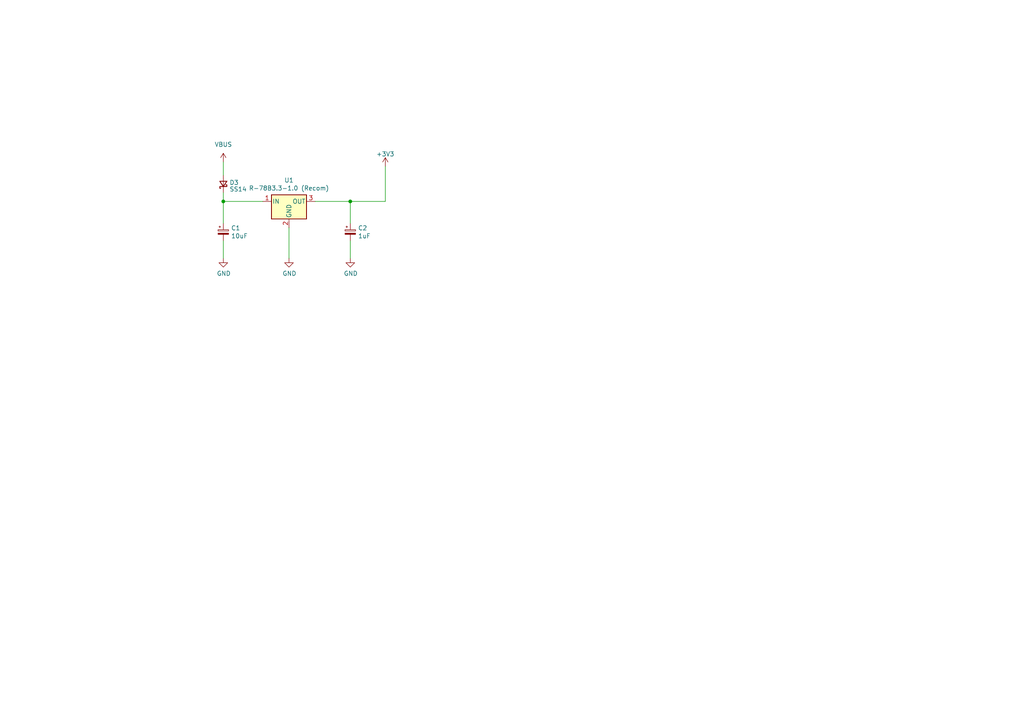
<source format=kicad_sch>
(kicad_sch (version 20250114) (generator "eeschema") (generator_version "9.0")
  (paper "A4")
  (title_block (comment 1 "http://www.vscp.org"))
  (lib_symbols
    (symbol "+3.3V_1" (power) (pin_names (offset 0))
      (property "Value" "+3.3V_1" (at 0 3.556 0))
      (symbol "+3.3V_1_0_1"
        (polyline (pts (xy -0.762 1.27) (xy 0 2.54)))
        (polyline (pts (xy 0 2.54) (xy 0.762 1.27)))
        (polyline (pts (xy 0 0) (xy 0 2.54)))
      )
      (symbol "+3.3V_1_1_1"
        (pin power_in line (at 0 0 90) (length 0) (hide yes) (name "+3V3") (number "1"))
      )
    )
    (symbol "Device:CP_Small" (pin_numbers (hide yes)) (pin_names (offset 0.254) (hide yes))
      (property "Reference" "C" (at 0.254 1.778 0))
      (property "Value" "Device_CP_Small" (at 0.254 -2.032 0))
      (symbol "CP_Small_0_1"
        (rectangle (start -1.524 0.6858) (end 1.524 0.3048))
        (rectangle (start -1.524 -0.3048) (end 1.524 -0.6858) (fill (type outline)))
        (polyline (pts (xy -1.27 1.524) (xy -0.762 1.524)))
        (polyline (pts (xy -1.016 1.27) (xy -1.016 1.778)))
      )
      (symbol "CP_Small_1_1"
        (pin passive line (at 0 2.54 270) (length 1.8542) (name "~") (number "1"))
        (pin passive line (at 0 -2.54 90) (length 1.8542) (name "~") (number "2"))
      )
    )
    (symbol "Device:D_Schottky_Small" (pin_numbers (hide yes)) (pin_names (offset 0.254) (hide yes))
      (property "Reference" "D" (at -1.27 2.032 0))
      (property "Value" "D_Schottky_Small" (at -7.112 -2.032 0))
      (symbol "D_Schottky_Small_0_1"
        (polyline (pts (xy -1.27 0.762) (xy -1.27 1.016) (xy -0.762 1.016) (xy -0.762 -1.016) (xy -0.254 -1.016) (xy -0.254 -0.762)) (stroke (width 0.254)))
        (polyline (pts (xy -0.762 0) (xy 0.762 0)))
        (polyline (pts (xy 0.762 -1.016) (xy -0.762 0) (xy 0.762 1.016) (xy 0.762 -1.016)) (stroke (width 0.254)))
      )
      (symbol "D_Schottky_Small_1_1"
        (pin passive line (at -2.54 0 0) (length 1.778) (name "K") (number "1"))
        (pin passive line (at 2.54 0 180) (length 1.778) (name "A") (number "2"))
      )
    )
    (symbol "GND_5" (power) (pin_names (offset 0))
      (property "Value" "GND_5" (at 0 -3.81 0))
      (symbol "GND_5_0_1"
        (polyline (pts (xy 0 0) (xy 0 -1.27) (xy 1.27 -1.27) (xy 0 -2.54) (xy -1.27 -1.27) (xy 0 -1.27)))
      )
      (symbol "GND_5_1_1"
        (pin power_in line (at 0 0 270) (length 0) (hide yes) (name "GND") (number "1"))
      )
    )
    (symbol "GND_7" (power) (pin_names (offset 0))
      (property "Value" "GND_7" (at 0 -3.81 0))
      (symbol "GND_7_0_1"
        (polyline (pts (xy 0 0) (xy 0 -1.27) (xy 1.27 -1.27) (xy 0 -2.54) (xy -1.27 -1.27) (xy 0 -1.27)))
      )
      (symbol "GND_7_1_1"
        (pin power_in line (at 0 0 270) (length 0) (hide yes) (name "GND") (number "1"))
      )
    )
    (symbol "GND_9" (power) (pin_names (offset 0))
      (property "Value" "GND_9" (at 0 -3.81 0))
      (symbol "GND_9_0_1"
        (polyline (pts (xy 0 0) (xy 0 -1.27) (xy 1.27 -1.27) (xy 0 -2.54) (xy -1.27 -1.27) (xy 0 -1.27)))
      )
      (symbol "GND_9_1_1"
        (pin power_in line (at 0 0 270) (length 0) (hide yes) (name "GND") (number "1"))
      )
    )
    (symbol "Regulator_Switching:R-78B3.3-2.0" (pin_names (offset 0.254))
      (property "Reference" "U" (at -3.81 3.175 0))
      (property "Value" "R-78B3.3-2.0" (at 0 3.175 0))
      (symbol "R-78B3.3-2.0_0_1"
        (rectangle (start -5.08 1.905) (end 5.08 -5.08) (stroke (width 0.254)) (fill (type background)))
      )
      (symbol "R-78B3.3-2.0_1_1"
        (pin power_in line (at -7.62 0 0) (length 2.54) (name "IN") (number "1"))
        (pin power_in line (at 0 -7.62 90) (length 2.54) (name "GND") (number "2"))
        (pin power_out line (at 7.62 0 180) (length 2.54) (name "OUT") (number "3"))
      )
    )
    (symbol "power:VBUS" (power) (pin_names (offset 0))
      (property "Value" "VBUS" (at 0 3.81 0))
      (symbol "VBUS_0_1"
        (polyline (pts (xy -0.762 1.27) (xy 0 2.54)))
        (polyline (pts (xy 0 2.54) (xy 0.762 1.27)))
        (polyline (pts (xy 0 0) (xy 0 2.54)))
      )
      (symbol "VBUS_1_1"
        (pin power_in line (at 0 0 90) (length 0) (hide yes) (name "VBUS") (number "1"))
      )
    )
  )
  (junction (at 101.6 58.42))
  (junction (at 64.77 58.42))
  (wire (pts (xy 64.77 46.99) (xy 64.77 50.8)))
  (wire (pts (xy 111.76 58.42) (xy 101.6 58.42)))
  (wire (pts (xy 64.77 55.88) (xy 64.77 58.42)))
  (wire (pts (xy 91.44 58.42) (xy 101.6 58.42)))
  (wire (pts (xy 101.6 58.42) (xy 101.6 64.77)))
  (wire (pts (xy 64.77 69.85) (xy 64.77 74.93)))
  (wire (pts (xy 83.82 66.04) (xy 83.82 74.93)))
  (wire (pts (xy 64.77 58.42) (xy 64.77 64.77)))
  (wire (pts (xy 76.2 58.42) (xy 64.77 58.42)))
  (wire (pts (xy 111.76 48.26) (xy 111.76 58.42)))
  (wire (pts (xy 101.6 69.85) (xy 101.6 74.93)))
  (symbol (lib_id "Device:CP_Small") (at 64.77 67.31 0) (unit 1)
    (property "Reference" "C1" (at 67.0052 66.1416 0) (effects (justify left)))
    (property "Value" "10uF" (at 67.0052 68.453 0) (effects (justify left)))
    (property "Footprint" "Capacitor_SMD:C_0805_2012Metric_Pad1.18x1.45mm_HandSolder" (effects (hide yes)))
  )
  (symbol (lib_name "GND_7") (lib_id "power:GND") (at 101.6 74.93 0) (unit 1)
    (property "Reference" "#PWR08" (effects (hide yes)))
    (property "Value" "GND" (at 101.727 79.3242 0))
  )
  (symbol (lib_name "GND_5") (lib_id "power:GND") (at 64.77 74.93 0) (unit 1)
    (property "Reference" "#PWR06" (effects (hide yes)))
    (property "Value" "GND" (at 64.897 79.3242 0))
  )
  (symbol (lib_id "power:VBUS") (at 64.77 46.99 0) (unit 1)
    (property "Reference" "#PWR06" (effects (hide yes)))
    (property "Value" "VBUS" (at 64.77 41.91 0))
  )
  (symbol (lib_name "+3.3V_1") (lib_id "power:+3.3V") (at 111.76 48.26 0) (unit 1)
    (property "Reference" "#PWR09" (effects (hide yes)))
    (property "Value" "+3V3" (at 111.76 44.6842 0))
  )
  (symbol (lib_id "Regulator_Switching:R-78B3.3-2.0") (at 83.82 58.42 0) (unit 1)
    (property "Reference" "U1" (at 83.82 52.2732 0))
    (property "Value" "R-78B3.3-1.0 (Recom)" (at 83.82 54.5846 0))
    (property "Footprint" "Converter_DCDC:Converter_DCDC_RECOM_R-78B-2.0_THT" (effects (hide yes)))
    (property "Datasheet" "https://www.recom-power.com/pdf/Innoline/R-78Bxx-2.0.pdf" (effects (hide yes)))
  )
  (symbol (lib_name "GND_9") (lib_id "power:GND") (at 83.82 74.93 0) (unit 1)
    (property "Reference" "#PWR07" (effects (hide yes)))
    (property "Value" "GND" (at 83.947 79.3242 0))
  )
  (symbol (lib_id "Device:CP_Small") (at 101.6 67.31 0) (unit 1)
    (property "Reference" "C2" (at 103.8352 66.1416 0) (effects (justify left)))
    (property "Value" "1uF" (at 103.8352 68.453 0) (effects (justify left)))
    (property "Footprint" "Capacitor_SMD:C_0805_2012Metric_Pad1.18x1.45mm_HandSolder" (effects (hide yes)))
  )
  (symbol (lib_id "Device:D_Schottky_Small") (at 64.77 53.34 90) (unit 1)
    (property "Reference" "D3" (at 66.548 52.9503 90) (effects (justify right)))
    (property "Value" "SS14" (at 66.548 54.8713 90) (effects (justify right)))
    (property "Footprint" "Diode_SMD:D_SMA" (effects (hide yes)))
  )
)
</source>
